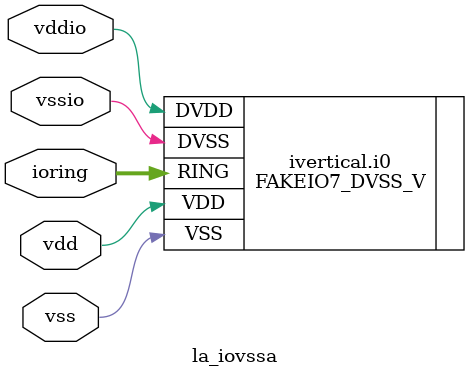
<source format=v>
/*****************************************************************************
 * Function: Analog Ground IO Cell
 * Copyright: Lambda Project Authors. All rights Reserved.
 * License:  MIT (see LICENSE file in Lambda repository)
 *
 * Docs:
 *
 * ../README.md
 *
 ****************************************************************************/
module la_iovssa #(
    parameter PROP  = "DEFAULT",  // cell property
    parameter SIDE  = "NO",       // "NO", "SO", "EA", "WE"
    parameter RINGW = 8           // width of io ring
) (
    inout             vdd,    // core supply
    inout             vss,    // core ground
    inout             vddio,  // io supply
    inout             vssio,  // io ground
    inout [RINGW-1:0] ioring  // generic ioring interface
);

  generate
    if (SIDE == "NO" | SIDE == "SO") begin : ivertical
      FAKEIO7_DVSS_V i0 (
          .DVDD(vddio),
          .DVSS(vssio),
          .VDD (vdd),
          .VSS (vss),
          .RING(ioring)
      );
    end else begin : ihorizontal
      FAKEIO7_DVSS_H i0 (
          .DVDD(vddio),
          .DVSS(vssio),
          .VDD (vdd),
          .VSS (vss),
          .RING(ioring)
      );
    end
  endgenerate

endmodule

</source>
